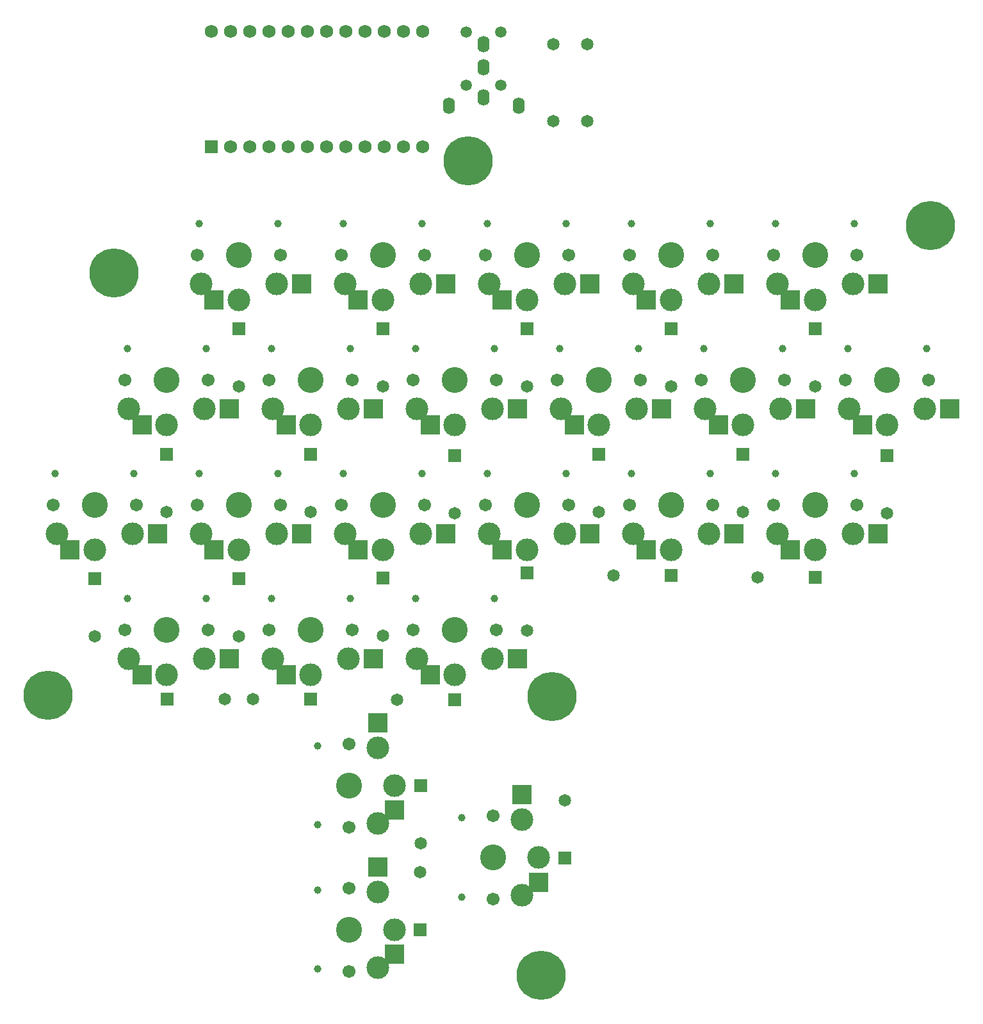
<source format=gbr>
%TF.GenerationSoftware,KiCad,Pcbnew,5.1.10-88a1d61d58~88~ubuntu20.04.1*%
%TF.CreationDate,2021-05-20T13:35:29+01:00*%
%TF.ProjectId,scrawler,73637261-776c-4657-922e-6b696361645f,rev?*%
%TF.SameCoordinates,Original*%
%TF.FileFunction,Soldermask,Top*%
%TF.FilePolarity,Negative*%
%FSLAX46Y46*%
G04 Gerber Fmt 4.6, Leading zero omitted, Abs format (unit mm)*
G04 Created by KiCad (PCBNEW 5.1.10-88a1d61d58~88~ubuntu20.04.1) date 2021-05-20 13:35:29*
%MOMM*%
%LPD*%
G01*
G04 APERTURE LIST*
%ADD10C,6.500000*%
%ADD11C,1.651000*%
%ADD12C,1.752600*%
%ADD13R,1.752600X1.752600*%
%ADD14O,1.600000X2.200000*%
%ADD15C,1.500000*%
%ADD16C,1.701800*%
%ADD17R,2.600000X2.600000*%
%ADD18C,3.000000*%
%ADD19C,3.429000*%
%ADD20C,0.990600*%
%ADD21R,1.651000X1.651000*%
G04 APERTURE END LIST*
D10*
%TO.C,H5*%
X149631400Y-43421300D03*
%TD*%
D11*
%TO.C,R2*%
X160896300Y-38150800D03*
X160896300Y-27990800D03*
%TD*%
%TO.C,R1*%
X165417500Y-38163500D03*
X165417500Y-28003500D03*
%TD*%
D12*
%TO.C,U2*%
X115684300Y-26276300D03*
X143624300Y-41516300D03*
X118224300Y-26276300D03*
X120764300Y-26276300D03*
X123304300Y-26276300D03*
X125844300Y-26276300D03*
X128384300Y-26276300D03*
X130924300Y-26276300D03*
X133464300Y-26276300D03*
X136004300Y-26276300D03*
X138544300Y-26276300D03*
X141084300Y-26276300D03*
X143624300Y-26276300D03*
X141084300Y-41516300D03*
X138544300Y-41516300D03*
X136004300Y-41516300D03*
X133464300Y-41516300D03*
X130924300Y-41516300D03*
X128384300Y-41516300D03*
X125844300Y-41516300D03*
X123304300Y-41516300D03*
X120764300Y-41516300D03*
X118224300Y-41516300D03*
D13*
X115684300Y-41516300D03*
%TD*%
D10*
%TO.C,H6*%
X210731100Y-51968400D03*
%TD*%
%TO.C,H4*%
X94094300Y-114046000D03*
%TD*%
%TO.C,H3*%
X102781100Y-58204100D03*
%TD*%
%TO.C,H2*%
X159308800Y-150990300D03*
%TD*%
%TO.C,H1*%
X160731200Y-114236500D03*
%TD*%
D14*
%TO.C,U1*%
X151688800Y-31015800D03*
D15*
X149388800Y-26415800D03*
X149388800Y-33415800D03*
D14*
X151688800Y-28015800D03*
X151688800Y-35015800D03*
X147088800Y-36115800D03*
X156288800Y-36115800D03*
D15*
X153988800Y-26415800D03*
X153988800Y-33415800D03*
%TD*%
D16*
%TO.C,SW23*%
X152971500Y-140958200D03*
X152971500Y-129958200D03*
D17*
X158921500Y-138733200D03*
D18*
X156721500Y-130458200D03*
D19*
X152971500Y-135458200D03*
D18*
X158921500Y-135458200D03*
D17*
X156721500Y-127183200D03*
D18*
X156721500Y-140458200D03*
D20*
X148771500Y-140678200D03*
X148771500Y-130238200D03*
%TD*%
D16*
%TO.C,SW22*%
X133921500Y-150483200D03*
X133921500Y-139483200D03*
D17*
X139871500Y-148258200D03*
D18*
X137671500Y-139983200D03*
D19*
X133921500Y-144983200D03*
D18*
X139871500Y-144983200D03*
D17*
X137671500Y-136708200D03*
D18*
X137671500Y-149983200D03*
D20*
X129721500Y-150203200D03*
X129721500Y-139763200D03*
%TD*%
D16*
%TO.C,SW21*%
X133921500Y-131433200D03*
X133921500Y-120433200D03*
D17*
X139871500Y-129208200D03*
D18*
X137671500Y-120933200D03*
D19*
X133921500Y-125933200D03*
D18*
X139871500Y-125933200D03*
D17*
X137671500Y-117658200D03*
D18*
X137671500Y-130933200D03*
D20*
X129721500Y-131153200D03*
X129721500Y-120713200D03*
%TD*%
D16*
%TO.C,SW20*%
X142391500Y-105410000D03*
X153391500Y-105410000D03*
D17*
X144616500Y-111360000D03*
D18*
X152891500Y-109160000D03*
D19*
X147891500Y-105410000D03*
D18*
X147891500Y-111360000D03*
D17*
X156166500Y-109160000D03*
D18*
X142891500Y-109160000D03*
D20*
X142671500Y-101210000D03*
X153111500Y-101210000D03*
%TD*%
D16*
%TO.C,SW19*%
X123341500Y-105410000D03*
X134341500Y-105410000D03*
D17*
X125566500Y-111360000D03*
D18*
X133841500Y-109160000D03*
D19*
X128841500Y-105410000D03*
D18*
X128841500Y-111360000D03*
D17*
X137116500Y-109160000D03*
D18*
X123841500Y-109160000D03*
D20*
X123621500Y-101210000D03*
X134061500Y-101210000D03*
%TD*%
D16*
%TO.C,SW18*%
X104291500Y-105410000D03*
X115291500Y-105410000D03*
D17*
X106516500Y-111360000D03*
D18*
X114791500Y-109160000D03*
D19*
X109791500Y-105410000D03*
D18*
X109791500Y-111360000D03*
D17*
X118066500Y-109160000D03*
D18*
X104791500Y-109160000D03*
D20*
X104571500Y-101210000D03*
X115011500Y-101210000D03*
%TD*%
D16*
%TO.C,SW17*%
X190016500Y-88900000D03*
X201016500Y-88900000D03*
D17*
X192241500Y-94850000D03*
D18*
X200516500Y-92650000D03*
D19*
X195516500Y-88900000D03*
D18*
X195516500Y-94850000D03*
D17*
X203791500Y-92650000D03*
D18*
X190516500Y-92650000D03*
D20*
X190296500Y-84700000D03*
X200736500Y-84700000D03*
%TD*%
D16*
%TO.C,SW16*%
X170966500Y-88900000D03*
X181966500Y-88900000D03*
D17*
X173191500Y-94850000D03*
D18*
X181466500Y-92650000D03*
D19*
X176466500Y-88900000D03*
D18*
X176466500Y-94850000D03*
D17*
X184741500Y-92650000D03*
D18*
X171466500Y-92650000D03*
D20*
X171246500Y-84700000D03*
X181686500Y-84700000D03*
%TD*%
D16*
%TO.C,SW15*%
X151916500Y-88900000D03*
X162916500Y-88900000D03*
D17*
X154141500Y-94850000D03*
D18*
X162416500Y-92650000D03*
D19*
X157416500Y-88900000D03*
D18*
X157416500Y-94850000D03*
D17*
X165691500Y-92650000D03*
D18*
X152416500Y-92650000D03*
D20*
X152196500Y-84700000D03*
X162636500Y-84700000D03*
%TD*%
D16*
%TO.C,SW14*%
X132866500Y-88900000D03*
X143866500Y-88900000D03*
D17*
X135091500Y-94850000D03*
D18*
X143366500Y-92650000D03*
D19*
X138366500Y-88900000D03*
D18*
X138366500Y-94850000D03*
D17*
X146641500Y-92650000D03*
D18*
X133366500Y-92650000D03*
D20*
X133146500Y-84700000D03*
X143586500Y-84700000D03*
%TD*%
D16*
%TO.C,SW13*%
X113816500Y-88900000D03*
X124816500Y-88900000D03*
D17*
X116041500Y-94850000D03*
D18*
X124316500Y-92650000D03*
D19*
X119316500Y-88900000D03*
D18*
X119316500Y-94850000D03*
D17*
X127591500Y-92650000D03*
D18*
X114316500Y-92650000D03*
D20*
X114096500Y-84700000D03*
X124536500Y-84700000D03*
%TD*%
D16*
%TO.C,SW12*%
X94766500Y-88900000D03*
X105766500Y-88900000D03*
D17*
X96991500Y-94850000D03*
D18*
X105266500Y-92650000D03*
D19*
X100266500Y-88900000D03*
D18*
X100266500Y-94850000D03*
D17*
X108541500Y-92650000D03*
D18*
X95266500Y-92650000D03*
D20*
X95046500Y-84700000D03*
X105486500Y-84700000D03*
%TD*%
D16*
%TO.C,SW11*%
X199541500Y-72390000D03*
X210541500Y-72390000D03*
D17*
X201766500Y-78340000D03*
D18*
X210041500Y-76140000D03*
D19*
X205041500Y-72390000D03*
D18*
X205041500Y-78340000D03*
D17*
X213316500Y-76140000D03*
D18*
X200041500Y-76140000D03*
D20*
X199821500Y-68190000D03*
X210261500Y-68190000D03*
%TD*%
D16*
%TO.C,SW10*%
X180491500Y-72390000D03*
X191491500Y-72390000D03*
D17*
X182716500Y-78340000D03*
D18*
X190991500Y-76140000D03*
D19*
X185991500Y-72390000D03*
D18*
X185991500Y-78340000D03*
D17*
X194266500Y-76140000D03*
D18*
X180991500Y-76140000D03*
D20*
X180771500Y-68190000D03*
X191211500Y-68190000D03*
%TD*%
D16*
%TO.C,SW9*%
X161441500Y-72390000D03*
X172441500Y-72390000D03*
D17*
X163666500Y-78340000D03*
D18*
X171941500Y-76140000D03*
D19*
X166941500Y-72390000D03*
D18*
X166941500Y-78340000D03*
D17*
X175216500Y-76140000D03*
D18*
X161941500Y-76140000D03*
D20*
X161721500Y-68190000D03*
X172161500Y-68190000D03*
%TD*%
D16*
%TO.C,SW8*%
X142391500Y-72390000D03*
X153391500Y-72390000D03*
D17*
X144616500Y-78340000D03*
D18*
X152891500Y-76140000D03*
D19*
X147891500Y-72390000D03*
D18*
X147891500Y-78340000D03*
D17*
X156166500Y-76140000D03*
D18*
X142891500Y-76140000D03*
D20*
X142671500Y-68190000D03*
X153111500Y-68190000D03*
%TD*%
D16*
%TO.C,SW7*%
X123341500Y-72390000D03*
X134341500Y-72390000D03*
D17*
X125566500Y-78340000D03*
D18*
X133841500Y-76140000D03*
D19*
X128841500Y-72390000D03*
D18*
X128841500Y-78340000D03*
D17*
X137116500Y-76140000D03*
D18*
X123841500Y-76140000D03*
D20*
X123621500Y-68190000D03*
X134061500Y-68190000D03*
%TD*%
D16*
%TO.C,SW6*%
X104291500Y-72390000D03*
X115291500Y-72390000D03*
D17*
X106516500Y-78340000D03*
D18*
X114791500Y-76140000D03*
D19*
X109791500Y-72390000D03*
D18*
X109791500Y-78340000D03*
D17*
X118066500Y-76140000D03*
D18*
X104791500Y-76140000D03*
D20*
X104571500Y-68190000D03*
X115011500Y-68190000D03*
%TD*%
D16*
%TO.C,SW5*%
X190016500Y-55880000D03*
X201016500Y-55880000D03*
D17*
X192241500Y-61830000D03*
D18*
X200516500Y-59630000D03*
D19*
X195516500Y-55880000D03*
D18*
X195516500Y-61830000D03*
D17*
X203791500Y-59630000D03*
D18*
X190516500Y-59630000D03*
D20*
X190296500Y-51680000D03*
X200736500Y-51680000D03*
%TD*%
D16*
%TO.C,SW4*%
X170966500Y-55880000D03*
X181966500Y-55880000D03*
D17*
X173191500Y-61830000D03*
D18*
X181466500Y-59630000D03*
D19*
X176466500Y-55880000D03*
D18*
X176466500Y-61830000D03*
D17*
X184741500Y-59630000D03*
D18*
X171466500Y-59630000D03*
D20*
X171246500Y-51680000D03*
X181686500Y-51680000D03*
%TD*%
D16*
%TO.C,SW3*%
X151916500Y-55880000D03*
X162916500Y-55880000D03*
D17*
X154141500Y-61830000D03*
D18*
X162416500Y-59630000D03*
D19*
X157416500Y-55880000D03*
D18*
X157416500Y-61830000D03*
D17*
X165691500Y-59630000D03*
D18*
X152416500Y-59630000D03*
D20*
X152196500Y-51680000D03*
X162636500Y-51680000D03*
%TD*%
D16*
%TO.C,SW2*%
X132866500Y-55880000D03*
X143866500Y-55880000D03*
D17*
X135091500Y-61830000D03*
D18*
X143366500Y-59630000D03*
D19*
X138366500Y-55880000D03*
D18*
X138366500Y-61830000D03*
D17*
X146641500Y-59630000D03*
D18*
X133366500Y-59630000D03*
D20*
X133146500Y-51680000D03*
X143586500Y-51680000D03*
%TD*%
D16*
%TO.C,SW1*%
X113816500Y-55880000D03*
X124816500Y-55880000D03*
D17*
X116041500Y-61830000D03*
D18*
X124316500Y-59630000D03*
D19*
X119316500Y-55880000D03*
D18*
X119316500Y-61830000D03*
D17*
X127591500Y-59630000D03*
D18*
X114316500Y-59630000D03*
D20*
X114096500Y-51680000D03*
X124536500Y-51680000D03*
%TD*%
D21*
%TO.C,D23*%
X162433000Y-135572500D03*
D11*
X162433000Y-127952500D03*
%TD*%
D21*
%TO.C,D22*%
X143319500Y-145034000D03*
D11*
X143319500Y-137414000D03*
%TD*%
D21*
%TO.C,D21*%
X143383000Y-125984000D03*
D11*
X143383000Y-133604000D03*
%TD*%
D21*
%TO.C,D20*%
X147828000Y-114617500D03*
D11*
X140208000Y-114617500D03*
%TD*%
D21*
%TO.C,D19*%
X128778000Y-114554000D03*
D11*
X121158000Y-114554000D03*
%TD*%
D21*
%TO.C,D18*%
X109855000Y-114554000D03*
D11*
X117475000Y-114554000D03*
%TD*%
D21*
%TO.C,D17*%
X195516500Y-98488500D03*
D11*
X187896500Y-98488500D03*
%TD*%
D21*
%TO.C,D16*%
X176466500Y-98234500D03*
D11*
X168846500Y-98234500D03*
%TD*%
D21*
%TO.C,D15*%
X157416500Y-97853500D03*
D11*
X157416500Y-105473500D03*
%TD*%
D21*
%TO.C,D14*%
X138366500Y-98552000D03*
D11*
X138366500Y-106172000D03*
%TD*%
D21*
%TO.C,D13*%
X119316500Y-98615500D03*
D11*
X119316500Y-106235500D03*
%TD*%
D21*
%TO.C,D12*%
X100266500Y-98615500D03*
D11*
X100266500Y-106235500D03*
%TD*%
D21*
%TO.C,D11*%
X205041500Y-82359500D03*
D11*
X205041500Y-89979500D03*
%TD*%
D21*
%TO.C,D10*%
X185991500Y-82232500D03*
D11*
X185991500Y-89852500D03*
%TD*%
D21*
%TO.C,D9*%
X166941500Y-82232500D03*
D11*
X166941500Y-89852500D03*
%TD*%
D21*
%TO.C,D8*%
X147891500Y-82391250D03*
D11*
X147891500Y-90011250D03*
%TD*%
D21*
%TO.C,D7*%
X128841500Y-82232500D03*
D11*
X128841500Y-89852500D03*
%TD*%
D21*
%TO.C,D6*%
X109791500Y-82232500D03*
D11*
X109791500Y-89852500D03*
%TD*%
D21*
%TO.C,D5*%
X195516500Y-65595500D03*
D11*
X195516500Y-73215500D03*
%TD*%
D21*
%TO.C,D4*%
X176466500Y-65595500D03*
D11*
X176466500Y-73215500D03*
%TD*%
D21*
%TO.C,D3*%
X157416500Y-65595500D03*
D11*
X157416500Y-73215500D03*
%TD*%
D21*
%TO.C,D2*%
X138366500Y-65595500D03*
D11*
X138366500Y-73215500D03*
%TD*%
D21*
%TO.C,D1*%
X119316500Y-65595500D03*
D11*
X119316500Y-73215500D03*
%TD*%
M02*

</source>
